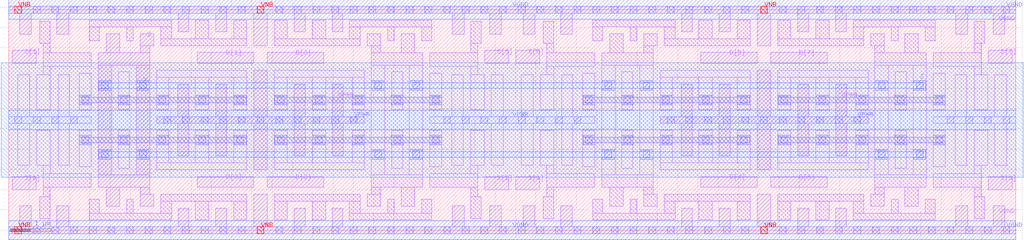
<source format=lef>
# Copyright 2020 The SkyWater PDK Authors
#
# Licensed under the Apache License, Version 2.0 (the "License");
# you may not use this file except in compliance with the License.
# You may obtain a copy of the License at
#
#     https://www.apache.org/licenses/LICENSE-2.0
#
# Unless required by applicable law or agreed to in writing, software
# distributed under the License is distributed on an "AS IS" BASIS,
# WITHOUT WARRANTIES OR CONDITIONS OF ANY KIND, either express or implied.
# See the License for the specific language governing permissions and
# limitations under the License.
#
# SPDX-License-Identifier: Apache-2.0

VERSION 5.7 ;
  NOWIREEXTENSIONATPIN ON ;
  DIVIDERCHAR "/" ;
  BUSBITCHARS "[]" ;
PROPERTYDEFINITIONS
  MACRO maskLayoutSubType STRING ;
  MACRO prCellType STRING ;
  MACRO originalViewName STRING ;
END PROPERTYDEFINITIONS
MACRO sky130_fd_sc_hdll__muxb8to1_4
  CLASS CORE ;
  FOREIGN sky130_fd_sc_hdll__muxb8to1_4 ;
  ORIGIN  0.000000  0.000000 ;
  SIZE  24.84000 BY  5.440000 ;
  SYMMETRY X Y R90 ;
  SITE unithd ;
  PIN D[0]
    ANTENNAGATEAREA  1.110000 ;
    DIRECTION INPUT ;
    USE SIGNAL ;
    PORT
      LAYER li1 ;
        RECT 4.655000 1.055000 6.045000 1.325000 ;
    END
  END D[0]
  PIN D[1]
    ANTENNAGATEAREA  1.110000 ;
    DIRECTION INPUT ;
    USE SIGNAL ;
    PORT
      LAYER li1 ;
        RECT 4.655000 4.115000 6.045000 4.385000 ;
    END
  END D[1]
  PIN D[2]
    ANTENNAGATEAREA  1.110000 ;
    DIRECTION INPUT ;
    USE SIGNAL ;
    PORT
      LAYER li1 ;
        RECT 6.375000 1.055000 7.765000 1.325000 ;
    END
  END D[2]
  PIN D[3]
    ANTENNAGATEAREA  1.110000 ;
    DIRECTION INPUT ;
    USE SIGNAL ;
    PORT
      LAYER li1 ;
        RECT 6.375000 4.115000 7.765000 4.385000 ;
    END
  END D[3]
  PIN D[4]
    ANTENNAGATEAREA  1.110000 ;
    DIRECTION INPUT ;
    USE SIGNAL ;
    PORT
      LAYER li1 ;
        RECT 17.075000 1.055000 18.465000 1.325000 ;
    END
  END D[4]
  PIN D[5]
    ANTENNAGATEAREA  1.110000 ;
    DIRECTION INPUT ;
    USE SIGNAL ;
    PORT
      LAYER li1 ;
        RECT 17.075000 4.115000 18.465000 4.385000 ;
    END
  END D[5]
  PIN D[6]
    ANTENNAGATEAREA  1.110000 ;
    DIRECTION INPUT ;
    USE SIGNAL ;
    PORT
      LAYER li1 ;
        RECT 18.795000 1.055000 20.185000 1.325000 ;
    END
  END D[6]
  PIN D[7]
    ANTENNAGATEAREA  1.110000 ;
    DIRECTION INPUT ;
    USE SIGNAL ;
    PORT
      LAYER li1 ;
        RECT 18.795000 4.115000 20.185000 4.385000 ;
    END
  END D[7]
  PIN S[0]
    ANTENNAGATEAREA  0.733200 ;
    DIRECTION INPUT ;
    USE SIGNAL ;
    PORT
      LAYER li1 ;
        RECT 0.085000 0.995000 0.680000 1.325000 ;
    END
  END S[0]
  PIN S[1]
    ANTENNAGATEAREA  0.733200 ;
    DIRECTION INPUT ;
    USE SIGNAL ;
    PORT
      LAYER li1 ;
        RECT 0.085000 4.115000 0.680000 4.445000 ;
    END
  END S[1]
  PIN S[2]
    ANTENNAGATEAREA  0.733200 ;
    DIRECTION INPUT ;
    USE SIGNAL ;
    PORT
      LAYER li1 ;
        RECT 11.740000 0.995000 12.335000 1.325000 ;
    END
  END S[2]
  PIN S[3]
    ANTENNAGATEAREA  0.733200 ;
    DIRECTION INPUT ;
    USE SIGNAL ;
    PORT
      LAYER li1 ;
        RECT 11.740000 4.115000 12.335000 4.445000 ;
    END
  END S[3]
  PIN S[4]
    ANTENNAGATEAREA  0.733200 ;
    DIRECTION INPUT ;
    USE SIGNAL ;
    PORT
      LAYER li1 ;
        RECT 12.505000 0.995000 13.100000 1.325000 ;
    END
  END S[4]
  PIN S[5]
    ANTENNAGATEAREA  0.733200 ;
    DIRECTION INPUT ;
    USE SIGNAL ;
    PORT
      LAYER li1 ;
        RECT 12.505000 4.115000 13.100000 4.445000 ;
    END
  END S[5]
  PIN S[6]
    ANTENNAGATEAREA  0.733200 ;
    DIRECTION INPUT ;
    USE SIGNAL ;
    PORT
      LAYER li1 ;
        RECT 24.160000 0.995000 24.755000 1.325000 ;
    END
  END S[6]
  PIN S[7]
    ANTENNAGATEAREA  0.733200 ;
    DIRECTION INPUT ;
    USE SIGNAL ;
    PORT
      LAYER li1 ;
        RECT 24.160000 4.115000 24.755000 4.445000 ;
    END
  END S[7]
  PIN Z
    ANTENNADIFFAREA  6.051200 ;
    DIRECTION OUTPUT ;
    USE SIGNAL ;
    PORT
      LAYER li1 ;
        RECT 2.205000 1.065000 3.475000 1.365000 ;
        RECT 2.205000 1.365000 2.535000 4.075000 ;
        RECT 2.205000 4.075000 3.475000 4.375000 ;
        RECT 2.405000 0.595000 2.735000 1.065000 ;
        RECT 2.405000 4.375000 2.735000 4.845000 ;
        RECT 3.145000 1.365000 3.475000 4.075000 ;
        RECT 3.245000 0.595000 3.575000 0.885000 ;
        RECT 3.245000 0.885000 3.475000 1.065000 ;
        RECT 3.245000 4.375000 3.475000 4.555000 ;
        RECT 3.245000 4.555000 3.575000 4.845000 ;
      LAYER mcon ;
        RECT 2.285000 1.785000 2.455000 1.955000 ;
        RECT 2.285000 3.485000 2.455000 3.655000 ;
        RECT 3.225000 1.785000 3.395000 1.955000 ;
        RECT 3.225000 3.485000 3.395000 3.655000 ;
    END
    PORT
      LAYER met1 ;
        RECT  2.225000 1.755000  2.515000 1.800000 ;
        RECT  2.225000 1.800000 22.615000 1.940000 ;
        RECT  2.225000 1.940000  2.515000 1.985000 ;
        RECT  2.225000 3.455000  2.515000 3.500000 ;
        RECT  2.225000 3.500000 22.615000 3.640000 ;
        RECT  2.225000 3.640000  2.515000 3.685000 ;
        RECT  3.165000 1.755000  3.455000 1.800000 ;
        RECT  3.165000 1.940000  3.455000 1.985000 ;
        RECT  3.165000 3.455000  3.455000 3.500000 ;
        RECT  3.165000 3.640000  3.455000 3.685000 ;
        RECT  8.965000 1.755000  9.255000 1.800000 ;
        RECT  8.965000 1.940000  9.255000 1.985000 ;
        RECT  8.965000 3.455000  9.255000 3.500000 ;
        RECT  8.965000 3.640000  9.255000 3.685000 ;
        RECT  9.905000 1.755000 10.195000 1.800000 ;
        RECT  9.905000 1.940000 10.195000 1.985000 ;
        RECT  9.905000 3.455000 10.195000 3.500000 ;
        RECT  9.905000 3.640000 10.195000 3.685000 ;
        RECT 14.645000 1.755000 14.935000 1.800000 ;
        RECT 14.645000 1.940000 14.935000 1.985000 ;
        RECT 14.645000 3.455000 14.935000 3.500000 ;
        RECT 14.645000 3.640000 14.935000 3.685000 ;
        RECT 15.585000 1.755000 15.875000 1.800000 ;
        RECT 15.585000 1.940000 15.875000 1.985000 ;
        RECT 15.585000 3.455000 15.875000 3.500000 ;
        RECT 15.585000 3.640000 15.875000 3.685000 ;
        RECT 21.385000 1.755000 21.675000 1.800000 ;
        RECT 21.385000 1.940000 21.675000 1.985000 ;
        RECT 21.385000 3.455000 21.675000 3.500000 ;
        RECT 21.385000 3.640000 21.675000 3.685000 ;
        RECT 22.325000 1.755000 22.615000 1.800000 ;
        RECT 22.325000 1.940000 22.615000 1.985000 ;
        RECT 22.325000 3.455000 22.615000 3.500000 ;
        RECT 22.325000 3.640000 22.615000 3.685000 ;
    END
  END Z
  PIN VGND
    DIRECTION INOUT ;
    USE GROUND ;
    PORT
      LAYER li1 ;
        RECT  0.000000 -0.085000 24.840000 0.085000 ;
        RECT  0.270000  0.085000  0.560000 0.610000 ;
        RECT  1.190000  0.085000  1.480000 0.610000 ;
        RECT  4.185000  0.085000  4.435000 0.545000 ;
        RECT  5.105000  0.085000  5.375000 0.545000 ;
        RECT  6.045000  0.085000  6.375000 0.885000 ;
        RECT  7.045000  0.085000  7.315000 0.545000 ;
        RECT  7.985000  0.085000  8.235000 0.545000 ;
        RECT 10.940000  0.085000 11.230000 0.610000 ;
        RECT 11.860000  0.085000 12.150000 0.610000 ;
        RECT 12.690000  0.085000 12.980000 0.610000 ;
        RECT 13.610000  0.085000 13.900000 0.610000 ;
        RECT 16.605000  0.085000 16.855000 0.545000 ;
        RECT 17.525000  0.085000 17.795000 0.545000 ;
        RECT 18.465000  0.085000 18.795000 0.885000 ;
        RECT 19.465000  0.085000 19.735000 0.545000 ;
        RECT 20.405000  0.085000 20.655000 0.545000 ;
        RECT 23.360000  0.085000 23.650000 0.610000 ;
        RECT 24.280000  0.085000 24.570000 0.610000 ;
      LAYER mcon ;
        RECT  0.145000 -0.085000  0.315000 0.085000 ;
        RECT  0.605000 -0.085000  0.775000 0.085000 ;
        RECT  1.065000 -0.085000  1.235000 0.085000 ;
        RECT  1.525000 -0.085000  1.695000 0.085000 ;
        RECT  1.985000 -0.085000  2.155000 0.085000 ;
        RECT  2.445000 -0.085000  2.615000 0.085000 ;
        RECT  2.905000 -0.085000  3.075000 0.085000 ;
        RECT  3.365000 -0.085000  3.535000 0.085000 ;
        RECT  3.825000 -0.085000  3.995000 0.085000 ;
        RECT  4.285000 -0.085000  4.455000 0.085000 ;
        RECT  4.745000 -0.085000  4.915000 0.085000 ;
        RECT  5.205000 -0.085000  5.375000 0.085000 ;
        RECT  5.665000 -0.085000  5.835000 0.085000 ;
        RECT  6.125000 -0.085000  6.295000 0.085000 ;
        RECT  6.585000 -0.085000  6.755000 0.085000 ;
        RECT  7.045000 -0.085000  7.215000 0.085000 ;
        RECT  7.505000 -0.085000  7.675000 0.085000 ;
        RECT  7.965000 -0.085000  8.135000 0.085000 ;
        RECT  8.425000 -0.085000  8.595000 0.085000 ;
        RECT  8.885000 -0.085000  9.055000 0.085000 ;
        RECT  9.345000 -0.085000  9.515000 0.085000 ;
        RECT  9.805000 -0.085000  9.975000 0.085000 ;
        RECT 10.265000 -0.085000 10.435000 0.085000 ;
        RECT 10.725000 -0.085000 10.895000 0.085000 ;
        RECT 11.185000 -0.085000 11.355000 0.085000 ;
        RECT 11.645000 -0.085000 11.815000 0.085000 ;
        RECT 12.105000 -0.085000 12.275000 0.085000 ;
        RECT 12.565000 -0.085000 12.735000 0.085000 ;
        RECT 13.025000 -0.085000 13.195000 0.085000 ;
        RECT 13.485000 -0.085000 13.655000 0.085000 ;
        RECT 13.945000 -0.085000 14.115000 0.085000 ;
        RECT 14.405000 -0.085000 14.575000 0.085000 ;
        RECT 14.865000 -0.085000 15.035000 0.085000 ;
        RECT 15.325000 -0.085000 15.495000 0.085000 ;
        RECT 15.785000 -0.085000 15.955000 0.085000 ;
        RECT 16.245000 -0.085000 16.415000 0.085000 ;
        RECT 16.705000 -0.085000 16.875000 0.085000 ;
        RECT 17.165000 -0.085000 17.335000 0.085000 ;
        RECT 17.625000 -0.085000 17.795000 0.085000 ;
        RECT 18.085000 -0.085000 18.255000 0.085000 ;
        RECT 18.545000 -0.085000 18.715000 0.085000 ;
        RECT 19.005000 -0.085000 19.175000 0.085000 ;
        RECT 19.465000 -0.085000 19.635000 0.085000 ;
        RECT 19.925000 -0.085000 20.095000 0.085000 ;
        RECT 20.385000 -0.085000 20.555000 0.085000 ;
        RECT 20.845000 -0.085000 21.015000 0.085000 ;
        RECT 21.305000 -0.085000 21.475000 0.085000 ;
        RECT 21.765000 -0.085000 21.935000 0.085000 ;
        RECT 22.225000 -0.085000 22.395000 0.085000 ;
        RECT 22.685000 -0.085000 22.855000 0.085000 ;
        RECT 23.145000 -0.085000 23.315000 0.085000 ;
        RECT 23.605000 -0.085000 23.775000 0.085000 ;
        RECT 24.065000 -0.085000 24.235000 0.085000 ;
        RECT 24.525000 -0.085000 24.695000 0.085000 ;
    END
    PORT
      LAYER li1 ;
        RECT  0.000000 5.355000 24.840000 5.525000 ;
        RECT  0.270000 4.830000  0.560000 5.355000 ;
        RECT  1.190000 4.830000  1.480000 5.355000 ;
        RECT  4.185000 4.895000  4.435000 5.355000 ;
        RECT  5.105000 4.895000  5.375000 5.355000 ;
        RECT  6.045000 4.555000  6.375000 5.355000 ;
        RECT  7.045000 4.895000  7.315000 5.355000 ;
        RECT  7.985000 4.895000  8.235000 5.355000 ;
        RECT 10.940000 4.830000 11.230000 5.355000 ;
        RECT 11.860000 4.830000 12.150000 5.355000 ;
        RECT 12.690000 4.830000 12.980000 5.355000 ;
        RECT 13.610000 4.830000 13.900000 5.355000 ;
        RECT 16.605000 4.895000 16.855000 5.355000 ;
        RECT 17.525000 4.895000 17.795000 5.355000 ;
        RECT 18.465000 4.555000 18.795000 5.355000 ;
        RECT 19.465000 4.895000 19.735000 5.355000 ;
        RECT 20.405000 4.895000 20.655000 5.355000 ;
        RECT 23.360000 4.830000 23.650000 5.355000 ;
        RECT 24.280000 4.830000 24.570000 5.355000 ;
      LAYER mcon ;
        RECT  0.145000 5.355000  0.315000 5.525000 ;
        RECT  0.605000 5.355000  0.775000 5.525000 ;
        RECT  1.065000 5.355000  1.235000 5.525000 ;
        RECT  1.525000 5.355000  1.695000 5.525000 ;
        RECT  1.985000 5.355000  2.155000 5.525000 ;
        RECT  2.445000 5.355000  2.615000 5.525000 ;
        RECT  2.905000 5.355000  3.075000 5.525000 ;
        RECT  3.365000 5.355000  3.535000 5.525000 ;
        RECT  3.825000 5.355000  3.995000 5.525000 ;
        RECT  4.285000 5.355000  4.455000 5.525000 ;
        RECT  4.745000 5.355000  4.915000 5.525000 ;
        RECT  5.205000 5.355000  5.375000 5.525000 ;
        RECT  5.665000 5.355000  5.835000 5.525000 ;
        RECT  6.125000 5.355000  6.295000 5.525000 ;
        RECT  6.585000 5.355000  6.755000 5.525000 ;
        RECT  7.045000 5.355000  7.215000 5.525000 ;
        RECT  7.505000 5.355000  7.675000 5.525000 ;
        RECT  7.965000 5.355000  8.135000 5.525000 ;
        RECT  8.425000 5.355000  8.595000 5.525000 ;
        RECT  8.885000 5.355000  9.055000 5.525000 ;
        RECT  9.345000 5.355000  9.515000 5.525000 ;
        RECT  9.805000 5.355000  9.975000 5.525000 ;
        RECT 10.265000 5.355000 10.435000 5.525000 ;
        RECT 10.725000 5.355000 10.895000 5.525000 ;
        RECT 11.185000 5.355000 11.355000 5.525000 ;
        RECT 11.645000 5.355000 11.815000 5.525000 ;
        RECT 12.105000 5.355000 12.275000 5.525000 ;
        RECT 12.565000 5.355000 12.735000 5.525000 ;
        RECT 13.025000 5.355000 13.195000 5.525000 ;
        RECT 13.485000 5.355000 13.655000 5.525000 ;
        RECT 13.945000 5.355000 14.115000 5.525000 ;
        RECT 14.405000 5.355000 14.575000 5.525000 ;
        RECT 14.865000 5.355000 15.035000 5.525000 ;
        RECT 15.325000 5.355000 15.495000 5.525000 ;
        RECT 15.785000 5.355000 15.955000 5.525000 ;
        RECT 16.245000 5.355000 16.415000 5.525000 ;
        RECT 16.705000 5.355000 16.875000 5.525000 ;
        RECT 17.165000 5.355000 17.335000 5.525000 ;
        RECT 17.625000 5.355000 17.795000 5.525000 ;
        RECT 18.085000 5.355000 18.255000 5.525000 ;
        RECT 18.545000 5.355000 18.715000 5.525000 ;
        RECT 19.005000 5.355000 19.175000 5.525000 ;
        RECT 19.465000 5.355000 19.635000 5.525000 ;
        RECT 19.925000 5.355000 20.095000 5.525000 ;
        RECT 20.385000 5.355000 20.555000 5.525000 ;
        RECT 20.845000 5.355000 21.015000 5.525000 ;
        RECT 21.305000 5.355000 21.475000 5.525000 ;
        RECT 21.765000 5.355000 21.935000 5.525000 ;
        RECT 22.225000 5.355000 22.395000 5.525000 ;
        RECT 22.685000 5.355000 22.855000 5.525000 ;
        RECT 23.145000 5.355000 23.315000 5.525000 ;
        RECT 23.605000 5.355000 23.775000 5.525000 ;
        RECT 24.065000 5.355000 24.235000 5.525000 ;
        RECT 24.525000 5.355000 24.695000 5.525000 ;
    END
    PORT
      LAYER met1 ;
        RECT 0.000000 -0.240000 24.840000 0.240000 ;
    END
    PORT
      LAYER met1 ;
        RECT 0.000000 5.200000 24.840000 5.680000 ;
    END
  END VGND
  PIN VNB
    DIRECTION INOUT ;
    USE GROUND ;
    PORT
      LAYER pwell ;
        RECT 0.145000 -0.085000 0.315000 0.085000 ;
    END
    PORT
      LAYER pwell ;
        RECT 0.145000 5.355000 0.315000 5.525000 ;
    END
    PORT
      LAYER pwell ;
        RECT 18.545000 -0.085000 18.715000 0.085000 ;
    END
    PORT
      LAYER pwell ;
        RECT 18.545000 5.355000 18.715000 5.525000 ;
    END
    PORT
      LAYER pwell ;
        RECT 6.125000 -0.085000 6.295000 0.085000 ;
    END
    PORT
      LAYER pwell ;
        RECT 6.125000 5.355000 6.295000 5.525000 ;
    END
  END VNB
  PIN VPB
    DIRECTION INOUT ;
    USE POWER ;
    PORT
      LAYER nwell ;
        RECT -0.190000 1.305000 25.030000 4.135000 ;
    END
  END VPB
  PIN VPWR
    DIRECTION INOUT ;
    USE POWER ;
    PORT
      LAYER li1 ;
        RECT 16.065000 2.635000 21.195000 2.805000 ;
        RECT 16.585000 1.835000 16.855000 2.635000 ;
        RECT 16.585000 2.805000 16.855000 3.605000 ;
        RECT 17.525000 1.835000 17.795000 2.635000 ;
        RECT 17.525000 2.805000 17.795000 3.605000 ;
        RECT 18.465000 1.495000 18.795000 2.635000 ;
        RECT 18.465000 2.805000 18.795000 3.945000 ;
        RECT 19.465000 1.835000 19.735000 2.635000 ;
        RECT 19.465000 2.805000 19.735000 3.605000 ;
        RECT 20.405000 1.835000 20.675000 2.635000 ;
        RECT 20.405000 2.805000 20.675000 3.605000 ;
      LAYER mcon ;
        RECT 16.245000 2.635000 16.415000 2.805000 ;
        RECT 16.705000 2.635000 16.875000 2.805000 ;
        RECT 17.165000 2.635000 17.335000 2.805000 ;
        RECT 17.625000 2.635000 17.795000 2.805000 ;
        RECT 18.085000 2.635000 18.255000 2.805000 ;
        RECT 18.545000 2.635000 18.715000 2.805000 ;
        RECT 19.005000 2.635000 19.175000 2.805000 ;
        RECT 19.465000 2.635000 19.635000 2.805000 ;
        RECT 19.925000 2.635000 20.095000 2.805000 ;
        RECT 20.385000 2.635000 20.555000 2.805000 ;
        RECT 20.845000 2.635000 21.015000 2.805000 ;
    END
    PORT
      LAYER li1 ;
        RECT 3.645000 2.635000 8.775000 2.805000 ;
        RECT 4.165000 1.835000 4.435000 2.635000 ;
        RECT 4.165000 2.805000 4.435000 3.605000 ;
        RECT 5.105000 1.835000 5.375000 2.635000 ;
        RECT 5.105000 2.805000 5.375000 3.605000 ;
        RECT 6.045000 1.495000 6.375000 2.635000 ;
        RECT 6.045000 2.805000 6.375000 3.945000 ;
        RECT 7.045000 1.835000 7.315000 2.635000 ;
        RECT 7.045000 2.805000 7.315000 3.605000 ;
        RECT 7.985000 1.835000 8.255000 2.635000 ;
        RECT 7.985000 2.805000 8.255000 3.605000 ;
      LAYER mcon ;
        RECT 3.825000 2.635000 3.995000 2.805000 ;
        RECT 4.285000 2.635000 4.455000 2.805000 ;
        RECT 4.745000 2.635000 4.915000 2.805000 ;
        RECT 5.205000 2.635000 5.375000 2.805000 ;
        RECT 5.665000 2.635000 5.835000 2.805000 ;
        RECT 6.125000 2.635000 6.295000 2.805000 ;
        RECT 6.585000 2.635000 6.755000 2.805000 ;
        RECT 7.045000 2.635000 7.215000 2.805000 ;
        RECT 7.505000 2.635000 7.675000 2.805000 ;
        RECT 7.965000 2.635000 8.135000 2.805000 ;
        RECT 8.425000 2.635000 8.595000 2.805000 ;
    END
    PORT
      LAYER met1 ;
        RECT 0.000000 2.480000 24.840000 2.960000 ;
    END
  END VPWR
  OBS
    LAYER li1 ;
      RECT  0.000000 2.635000  2.035000 2.805000 ;
      RECT  0.220000 1.605000  0.520000 2.635000 ;
      RECT  0.220000 2.805000  0.520000 3.835000 ;
      RECT  0.690000 1.605000  1.020000 2.465000 ;
      RECT  0.690000 2.975000  1.020000 3.835000 ;
      RECT  0.770000 0.280000  1.020000 0.825000 ;
      RECT  0.770000 4.615000  1.020000 5.160000 ;
      RECT  0.850000 0.825000  1.020000 1.065000 ;
      RECT  0.850000 1.065000  2.035000 1.395000 ;
      RECT  0.850000 1.395000  1.020000 1.605000 ;
      RECT  0.850000 3.835000  1.020000 4.045000 ;
      RECT  0.850000 4.045000  2.035000 4.375000 ;
      RECT  0.850000 4.375000  1.020000 4.615000 ;
      RECT  1.215000 1.605000  1.490000 2.635000 ;
      RECT  1.215000 2.805000  1.490000 3.835000 ;
      RECT  1.735000 1.565000  2.035000 2.465000 ;
      RECT  1.735000 2.975000  2.035000 3.875000 ;
      RECT  1.985000 0.255000  4.015000 0.425000 ;
      RECT  1.985000 0.425000  2.235000 0.770000 ;
      RECT  1.985000 4.670000  2.235000 5.015000 ;
      RECT  1.985000 5.015000  4.015000 5.185000 ;
      RECT  2.705000 1.535000  2.975000 2.465000 ;
      RECT  2.705000 2.975000  2.975000 3.905000 ;
      RECT  2.905000 0.425000  3.075000 0.770000 ;
      RECT  2.905000 4.670000  3.075000 5.015000 ;
      RECT  3.645000 1.495000  5.875000 1.665000 ;
      RECT  3.645000 1.665000  3.945000 2.465000 ;
      RECT  3.645000 2.975000  3.945000 3.775000 ;
      RECT  3.645000 3.775000  5.875000 3.945000 ;
      RECT  3.745000 0.425000  4.015000 0.715000 ;
      RECT  3.745000 0.715000  5.875000 0.885000 ;
      RECT  3.745000 4.555000  5.875000 4.725000 ;
      RECT  3.745000 4.725000  4.015000 5.015000 ;
      RECT  4.605000 0.255000  4.935000 0.715000 ;
      RECT  4.605000 1.665000  4.935000 2.465000 ;
      RECT  4.605000 2.975000  4.935000 3.775000 ;
      RECT  4.605000 4.725000  4.935000 5.185000 ;
      RECT  5.545000 0.255000  5.875000 0.715000 ;
      RECT  5.545000 1.665000  5.875000 2.465000 ;
      RECT  5.545000 2.975000  5.875000 3.775000 ;
      RECT  5.545000 4.725000  5.875000 5.185000 ;
      RECT  6.545000 0.255000  6.875000 0.715000 ;
      RECT  6.545000 0.715000  8.675000 0.885000 ;
      RECT  6.545000 1.495000  8.775000 1.665000 ;
      RECT  6.545000 1.665000  6.875000 2.465000 ;
      RECT  6.545000 2.975000  6.875000 3.775000 ;
      RECT  6.545000 3.775000  8.775000 3.945000 ;
      RECT  6.545000 4.555000  8.675000 4.725000 ;
      RECT  6.545000 4.725000  6.875000 5.185000 ;
      RECT  7.485000 0.255000  7.815000 0.715000 ;
      RECT  7.485000 1.665000  7.815000 2.465000 ;
      RECT  7.485000 2.975000  7.815000 3.775000 ;
      RECT  7.485000 4.725000  7.815000 5.185000 ;
      RECT  8.405000 0.255000 10.435000 0.425000 ;
      RECT  8.405000 0.425000  8.675000 0.715000 ;
      RECT  8.405000 4.725000  8.675000 5.015000 ;
      RECT  8.405000 5.015000 10.435000 5.185000 ;
      RECT  8.475000 1.665000  8.775000 2.465000 ;
      RECT  8.475000 2.975000  8.775000 3.775000 ;
      RECT  8.845000 0.595000  9.175000 0.885000 ;
      RECT  8.845000 4.555000  9.175000 4.845000 ;
      RECT  8.945000 0.885000  9.175000 1.065000 ;
      RECT  8.945000 1.065000 10.215000 1.365000 ;
      RECT  8.945000 1.365000  9.275000 4.075000 ;
      RECT  8.945000 4.075000 10.215000 4.375000 ;
      RECT  8.945000 4.375000  9.175000 4.555000 ;
      RECT  9.345000 0.425000  9.515000 0.770000 ;
      RECT  9.345000 4.670000  9.515000 5.015000 ;
      RECT  9.445000 1.535000  9.715000 2.465000 ;
      RECT  9.445000 2.975000  9.715000 3.905000 ;
      RECT  9.685000 0.595000 10.015000 1.065000 ;
      RECT  9.685000 4.375000 10.015000 4.845000 ;
      RECT  9.885000 1.365000 10.215000 4.075000 ;
      RECT 10.185000 0.425000 10.435000 0.770000 ;
      RECT 10.185000 4.670000 10.435000 5.015000 ;
      RECT 10.385000 1.065000 11.570000 1.395000 ;
      RECT 10.385000 1.565000 10.685000 2.465000 ;
      RECT 10.385000 2.635000 14.455000 2.805000 ;
      RECT 10.385000 2.975000 10.685000 3.875000 ;
      RECT 10.385000 4.045000 11.570000 4.375000 ;
      RECT 10.930000 1.605000 11.205000 2.635000 ;
      RECT 10.930000 2.805000 11.205000 3.835000 ;
      RECT 11.400000 0.280000 11.650000 0.825000 ;
      RECT 11.400000 0.825000 11.570000 1.065000 ;
      RECT 11.400000 1.395000 11.570000 1.605000 ;
      RECT 11.400000 1.605000 11.730000 2.465000 ;
      RECT 11.400000 2.975000 11.730000 3.835000 ;
      RECT 11.400000 3.835000 11.570000 4.045000 ;
      RECT 11.400000 4.375000 11.570000 4.615000 ;
      RECT 11.400000 4.615000 11.650000 5.160000 ;
      RECT 11.900000 1.605000 12.200000 2.635000 ;
      RECT 11.900000 2.805000 12.200000 3.835000 ;
      RECT 12.640000 1.605000 12.940000 2.635000 ;
      RECT 12.640000 2.805000 12.940000 3.835000 ;
      RECT 13.110000 1.605000 13.440000 2.465000 ;
      RECT 13.110000 2.975000 13.440000 3.835000 ;
      RECT 13.190000 0.280000 13.440000 0.825000 ;
      RECT 13.190000 4.615000 13.440000 5.160000 ;
      RECT 13.270000 0.825000 13.440000 1.065000 ;
      RECT 13.270000 1.065000 14.455000 1.395000 ;
      RECT 13.270000 1.395000 13.440000 1.605000 ;
      RECT 13.270000 3.835000 13.440000 4.045000 ;
      RECT 13.270000 4.045000 14.455000 4.375000 ;
      RECT 13.270000 4.375000 13.440000 4.615000 ;
      RECT 13.635000 1.605000 13.910000 2.635000 ;
      RECT 13.635000 2.805000 13.910000 3.835000 ;
      RECT 14.155000 1.565000 14.455000 2.465000 ;
      RECT 14.155000 2.975000 14.455000 3.875000 ;
      RECT 14.405000 0.255000 16.435000 0.425000 ;
      RECT 14.405000 0.425000 14.655000 0.770000 ;
      RECT 14.405000 4.670000 14.655000 5.015000 ;
      RECT 14.405000 5.015000 16.435000 5.185000 ;
      RECT 14.625000 1.065000 15.895000 1.365000 ;
      RECT 14.625000 1.365000 14.955000 4.075000 ;
      RECT 14.625000 4.075000 15.895000 4.375000 ;
      RECT 14.825000 0.595000 15.155000 1.065000 ;
      RECT 14.825000 4.375000 15.155000 4.845000 ;
      RECT 15.125000 1.535000 15.395000 2.465000 ;
      RECT 15.125000 2.975000 15.395000 3.905000 ;
      RECT 15.325000 0.425000 15.495000 0.770000 ;
      RECT 15.325000 4.670000 15.495000 5.015000 ;
      RECT 15.565000 1.365000 15.895000 4.075000 ;
      RECT 15.665000 0.595000 15.995000 0.885000 ;
      RECT 15.665000 0.885000 15.895000 1.065000 ;
      RECT 15.665000 4.375000 15.895000 4.555000 ;
      RECT 15.665000 4.555000 15.995000 4.845000 ;
      RECT 16.065000 1.495000 18.295000 1.665000 ;
      RECT 16.065000 1.665000 16.365000 2.465000 ;
      RECT 16.065000 2.975000 16.365000 3.775000 ;
      RECT 16.065000 3.775000 18.295000 3.945000 ;
      RECT 16.165000 0.425000 16.435000 0.715000 ;
      RECT 16.165000 0.715000 18.295000 0.885000 ;
      RECT 16.165000 4.555000 18.295000 4.725000 ;
      RECT 16.165000 4.725000 16.435000 5.015000 ;
      RECT 17.025000 0.255000 17.355000 0.715000 ;
      RECT 17.025000 1.665000 17.355000 2.465000 ;
      RECT 17.025000 2.975000 17.355000 3.775000 ;
      RECT 17.025000 4.725000 17.355000 5.185000 ;
      RECT 17.965000 0.255000 18.295000 0.715000 ;
      RECT 17.965000 1.665000 18.295000 2.465000 ;
      RECT 17.965000 2.975000 18.295000 3.775000 ;
      RECT 17.965000 4.725000 18.295000 5.185000 ;
      RECT 18.965000 0.255000 19.295000 0.715000 ;
      RECT 18.965000 0.715000 21.095000 0.885000 ;
      RECT 18.965000 1.495000 21.195000 1.665000 ;
      RECT 18.965000 1.665000 19.295000 2.465000 ;
      RECT 18.965000 2.975000 19.295000 3.775000 ;
      RECT 18.965000 3.775000 21.195000 3.945000 ;
      RECT 18.965000 4.555000 21.095000 4.725000 ;
      RECT 18.965000 4.725000 19.295000 5.185000 ;
      RECT 19.905000 0.255000 20.235000 0.715000 ;
      RECT 19.905000 1.665000 20.235000 2.465000 ;
      RECT 19.905000 2.975000 20.235000 3.775000 ;
      RECT 19.905000 4.725000 20.235000 5.185000 ;
      RECT 20.825000 0.255000 22.855000 0.425000 ;
      RECT 20.825000 0.425000 21.095000 0.715000 ;
      RECT 20.825000 4.725000 21.095000 5.015000 ;
      RECT 20.825000 5.015000 22.855000 5.185000 ;
      RECT 20.895000 1.665000 21.195000 2.465000 ;
      RECT 20.895000 2.975000 21.195000 3.775000 ;
      RECT 21.265000 0.595000 21.595000 0.885000 ;
      RECT 21.265000 4.555000 21.595000 4.845000 ;
      RECT 21.365000 0.885000 21.595000 1.065000 ;
      RECT 21.365000 1.065000 22.635000 1.365000 ;
      RECT 21.365000 1.365000 21.695000 4.075000 ;
      RECT 21.365000 4.075000 22.635000 4.375000 ;
      RECT 21.365000 4.375000 21.595000 4.555000 ;
      RECT 21.765000 0.425000 21.935000 0.770000 ;
      RECT 21.765000 4.670000 21.935000 5.015000 ;
      RECT 21.865000 1.535000 22.135000 2.465000 ;
      RECT 21.865000 2.975000 22.135000 3.905000 ;
      RECT 22.105000 0.595000 22.435000 1.065000 ;
      RECT 22.105000 4.375000 22.435000 4.845000 ;
      RECT 22.305000 1.365000 22.635000 4.075000 ;
      RECT 22.605000 0.425000 22.855000 0.770000 ;
      RECT 22.605000 4.670000 22.855000 5.015000 ;
      RECT 22.805000 1.065000 23.990000 1.395000 ;
      RECT 22.805000 1.565000 23.105000 2.465000 ;
      RECT 22.805000 2.635000 24.840000 2.805000 ;
      RECT 22.805000 2.975000 23.105000 3.875000 ;
      RECT 22.805000 4.045000 23.990000 4.375000 ;
      RECT 23.350000 1.605000 23.625000 2.635000 ;
      RECT 23.350000 2.805000 23.625000 3.835000 ;
      RECT 23.820000 0.280000 24.070000 0.825000 ;
      RECT 23.820000 0.825000 23.990000 1.065000 ;
      RECT 23.820000 1.395000 23.990000 1.605000 ;
      RECT 23.820000 1.605000 24.150000 2.465000 ;
      RECT 23.820000 2.975000 24.150000 3.835000 ;
      RECT 23.820000 3.835000 23.990000 4.045000 ;
      RECT 23.820000 4.375000 23.990000 4.615000 ;
      RECT 23.820000 4.615000 24.070000 5.160000 ;
      RECT 24.320000 1.605000 24.620000 2.635000 ;
      RECT 24.320000 2.805000 24.620000 3.835000 ;
    LAYER mcon ;
      RECT  0.145000 2.635000  0.315000 2.805000 ;
      RECT  0.605000 2.635000  0.775000 2.805000 ;
      RECT  1.065000 2.635000  1.235000 2.805000 ;
      RECT  1.525000 2.635000  1.695000 2.805000 ;
      RECT  1.805000 2.140000  1.975000 2.310000 ;
      RECT  1.805000 3.130000  1.975000 3.300000 ;
      RECT  2.755000 2.140000  2.925000 2.310000 ;
      RECT  2.755000 3.130000  2.925000 3.300000 ;
      RECT  3.705000 2.140000  3.875000 2.310000 ;
      RECT  3.705000 3.130000  3.875000 3.300000 ;
      RECT  4.685000 2.140000  4.855000 2.310000 ;
      RECT  4.685000 3.130000  4.855000 3.300000 ;
      RECT  5.625000 2.140000  5.795000 2.310000 ;
      RECT  5.625000 3.130000  5.795000 3.300000 ;
      RECT  6.625000 2.140000  6.795000 2.310000 ;
      RECT  6.625000 3.130000  6.795000 3.300000 ;
      RECT  7.565000 2.140000  7.735000 2.310000 ;
      RECT  7.565000 3.130000  7.735000 3.300000 ;
      RECT  8.545000 2.140000  8.715000 2.310000 ;
      RECT  8.545000 3.130000  8.715000 3.300000 ;
      RECT  9.025000 1.785000  9.195000 1.955000 ;
      RECT  9.025000 3.485000  9.195000 3.655000 ;
      RECT  9.495000 2.140000  9.665000 2.310000 ;
      RECT  9.495000 3.130000  9.665000 3.300000 ;
      RECT  9.965000 1.785000 10.135000 1.955000 ;
      RECT  9.965000 3.485000 10.135000 3.655000 ;
      RECT 10.445000 2.140000 10.615000 2.310000 ;
      RECT 10.445000 3.130000 10.615000 3.300000 ;
      RECT 10.725000 2.635000 10.895000 2.805000 ;
      RECT 11.185000 2.635000 11.355000 2.805000 ;
      RECT 11.645000 2.635000 11.815000 2.805000 ;
      RECT 12.105000 2.635000 12.275000 2.805000 ;
      RECT 12.565000 2.635000 12.735000 2.805000 ;
      RECT 13.025000 2.635000 13.195000 2.805000 ;
      RECT 13.485000 2.635000 13.655000 2.805000 ;
      RECT 13.945000 2.635000 14.115000 2.805000 ;
      RECT 14.225000 2.140000 14.395000 2.310000 ;
      RECT 14.225000 3.130000 14.395000 3.300000 ;
      RECT 14.705000 1.785000 14.875000 1.955000 ;
      RECT 14.705000 3.485000 14.875000 3.655000 ;
      RECT 15.175000 2.140000 15.345000 2.310000 ;
      RECT 15.175000 3.130000 15.345000 3.300000 ;
      RECT 15.645000 1.785000 15.815000 1.955000 ;
      RECT 15.645000 3.485000 15.815000 3.655000 ;
      RECT 16.125000 2.140000 16.295000 2.310000 ;
      RECT 16.125000 3.130000 16.295000 3.300000 ;
      RECT 17.105000 2.140000 17.275000 2.310000 ;
      RECT 17.105000 3.130000 17.275000 3.300000 ;
      RECT 18.045000 2.140000 18.215000 2.310000 ;
      RECT 18.045000 3.130000 18.215000 3.300000 ;
      RECT 19.045000 2.140000 19.215000 2.310000 ;
      RECT 19.045000 3.130000 19.215000 3.300000 ;
      RECT 19.985000 2.140000 20.155000 2.310000 ;
      RECT 19.985000 3.130000 20.155000 3.300000 ;
      RECT 20.965000 2.140000 21.135000 2.310000 ;
      RECT 20.965000 3.130000 21.135000 3.300000 ;
      RECT 21.445000 1.785000 21.615000 1.955000 ;
      RECT 21.445000 3.485000 21.615000 3.655000 ;
      RECT 21.915000 2.140000 22.085000 2.310000 ;
      RECT 21.915000 3.130000 22.085000 3.300000 ;
      RECT 22.385000 1.785000 22.555000 1.955000 ;
      RECT 22.385000 3.485000 22.555000 3.655000 ;
      RECT 22.865000 2.140000 23.035000 2.310000 ;
      RECT 22.865000 3.130000 23.035000 3.300000 ;
      RECT 23.145000 2.635000 23.315000 2.805000 ;
      RECT 23.605000 2.635000 23.775000 2.805000 ;
      RECT 24.065000 2.635000 24.235000 2.805000 ;
      RECT 24.525000 2.635000 24.695000 2.805000 ;
    LAYER met1 ;
      RECT  1.745000 2.110000  2.035000 2.155000 ;
      RECT  1.745000 2.155000  5.855000 2.295000 ;
      RECT  1.745000 2.295000  2.035000 2.340000 ;
      RECT  1.745000 3.100000  2.035000 3.145000 ;
      RECT  1.745000 3.145000  5.855000 3.285000 ;
      RECT  1.745000 3.285000  2.035000 3.330000 ;
      RECT  2.695000 2.110000  2.985000 2.155000 ;
      RECT  2.695000 2.295000  2.985000 2.340000 ;
      RECT  2.695000 3.100000  2.985000 3.145000 ;
      RECT  2.695000 3.285000  2.985000 3.330000 ;
      RECT  3.645000 2.110000  3.935000 2.155000 ;
      RECT  3.645000 2.295000  3.935000 2.340000 ;
      RECT  3.645000 3.100000  3.935000 3.145000 ;
      RECT  3.645000 3.285000  3.935000 3.330000 ;
      RECT  4.625000 2.110000  4.915000 2.155000 ;
      RECT  4.625000 2.295000  4.915000 2.340000 ;
      RECT  4.625000 3.100000  4.915000 3.145000 ;
      RECT  4.625000 3.285000  4.915000 3.330000 ;
      RECT  5.565000 2.110000  5.855000 2.155000 ;
      RECT  5.565000 2.295000  5.855000 2.340000 ;
      RECT  5.565000 3.100000  5.855000 3.145000 ;
      RECT  5.565000 3.285000  5.855000 3.330000 ;
      RECT  6.565000 2.110000  6.855000 2.155000 ;
      RECT  6.565000 2.155000 10.675000 2.295000 ;
      RECT  6.565000 2.295000  6.855000 2.340000 ;
      RECT  6.565000 3.100000  6.855000 3.145000 ;
      RECT  6.565000 3.145000 10.675000 3.285000 ;
      RECT  6.565000 3.285000  6.855000 3.330000 ;
      RECT  7.505000 2.110000  7.795000 2.155000 ;
      RECT  7.505000 2.295000  7.795000 2.340000 ;
      RECT  7.505000 3.100000  7.795000 3.145000 ;
      RECT  7.505000 3.285000  7.795000 3.330000 ;
      RECT  8.485000 2.110000  8.775000 2.155000 ;
      RECT  8.485000 2.295000  8.775000 2.340000 ;
      RECT  8.485000 3.100000  8.775000 3.145000 ;
      RECT  8.485000 3.285000  8.775000 3.330000 ;
      RECT  9.435000 2.110000  9.725000 2.155000 ;
      RECT  9.435000 2.295000  9.725000 2.340000 ;
      RECT  9.435000 3.100000  9.725000 3.145000 ;
      RECT  9.435000 3.285000  9.725000 3.330000 ;
      RECT 10.385000 2.110000 10.675000 2.155000 ;
      RECT 10.385000 2.295000 10.675000 2.340000 ;
      RECT 10.385000 3.100000 10.675000 3.145000 ;
      RECT 10.385000 3.285000 10.675000 3.330000 ;
      RECT 14.165000 2.110000 14.455000 2.155000 ;
      RECT 14.165000 2.155000 18.275000 2.295000 ;
      RECT 14.165000 2.295000 14.455000 2.340000 ;
      RECT 14.165000 3.100000 14.455000 3.145000 ;
      RECT 14.165000 3.145000 18.275000 3.285000 ;
      RECT 14.165000 3.285000 14.455000 3.330000 ;
      RECT 15.115000 2.110000 15.405000 2.155000 ;
      RECT 15.115000 2.295000 15.405000 2.340000 ;
      RECT 15.115000 3.100000 15.405000 3.145000 ;
      RECT 15.115000 3.285000 15.405000 3.330000 ;
      RECT 16.065000 2.110000 16.355000 2.155000 ;
      RECT 16.065000 2.295000 16.355000 2.340000 ;
      RECT 16.065000 3.100000 16.355000 3.145000 ;
      RECT 16.065000 3.285000 16.355000 3.330000 ;
      RECT 17.045000 2.110000 17.335000 2.155000 ;
      RECT 17.045000 2.295000 17.335000 2.340000 ;
      RECT 17.045000 3.100000 17.335000 3.145000 ;
      RECT 17.045000 3.285000 17.335000 3.330000 ;
      RECT 17.985000 2.110000 18.275000 2.155000 ;
      RECT 17.985000 2.295000 18.275000 2.340000 ;
      RECT 17.985000 3.100000 18.275000 3.145000 ;
      RECT 17.985000 3.285000 18.275000 3.330000 ;
      RECT 18.985000 2.110000 19.275000 2.155000 ;
      RECT 18.985000 2.155000 23.095000 2.295000 ;
      RECT 18.985000 2.295000 19.275000 2.340000 ;
      RECT 18.985000 3.100000 19.275000 3.145000 ;
      RECT 18.985000 3.145000 23.095000 3.285000 ;
      RECT 18.985000 3.285000 19.275000 3.330000 ;
      RECT 19.925000 2.110000 20.215000 2.155000 ;
      RECT 19.925000 2.295000 20.215000 2.340000 ;
      RECT 19.925000 3.100000 20.215000 3.145000 ;
      RECT 19.925000 3.285000 20.215000 3.330000 ;
      RECT 20.905000 2.110000 21.195000 2.155000 ;
      RECT 20.905000 2.295000 21.195000 2.340000 ;
      RECT 20.905000 3.100000 21.195000 3.145000 ;
      RECT 20.905000 3.285000 21.195000 3.330000 ;
      RECT 21.855000 2.110000 22.145000 2.155000 ;
      RECT 21.855000 2.295000 22.145000 2.340000 ;
      RECT 21.855000 3.100000 22.145000 3.145000 ;
      RECT 21.855000 3.285000 22.145000 3.330000 ;
      RECT 22.805000 2.110000 23.095000 2.155000 ;
      RECT 22.805000 2.295000 23.095000 2.340000 ;
      RECT 22.805000 3.100000 23.095000 3.145000 ;
      RECT 22.805000 3.285000 23.095000 3.330000 ;
  END
  PROPERTY maskLayoutSubType "abstract" ;
  PROPERTY prCellType "standard" ;
  PROPERTY originalViewName "layout" ;
END sky130_fd_sc_hdll__muxb8to1_4
END LIBRARY

</source>
